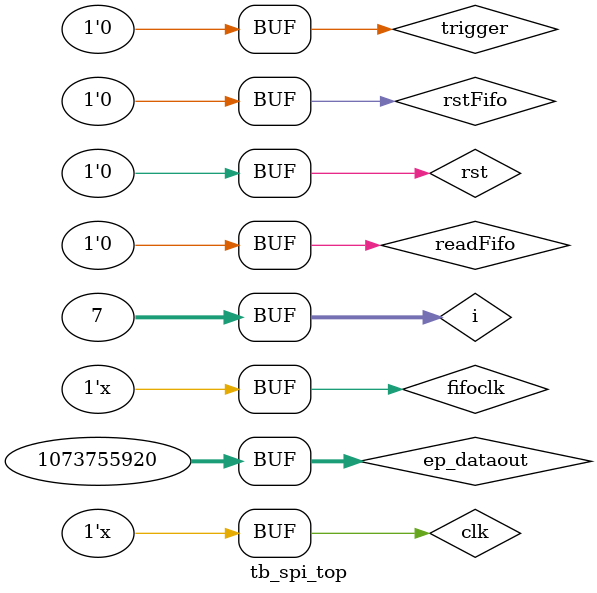
<source format=v>
`timescale 1ns / 1ps


module tb_spi_top;

	// Inputs
	reg clk;
	reg fifoclk;
	reg rst;
	reg [31:0] ep_dataout;
	reg trigger;
	reg readFifo;
	reg rstFifo;

	// Outputs
	wire hostinterrupt;
	wire [31:0] dout;
	wire [31:0] lastWrite;
	wire ep_ready;
	wire slow_pulse;
	
	//
	integer i;

	// Instantiate the Unit Under Test (UUT)
	top_module uut (
		.clk(clk),
		.fifoclk(fifoclk),
		.rst(rst), 
		.ep_dataout(ep_dataout), 
		.trigger(trigger), 
		.hostinterrupt(hostinterrupt), 
		.readFifo(readFifo),
		.rstFifo(rstFifo),
		.dout(dout),
		.lastWrite(lastWrite),
		.ep_ready(ep_ready),
		.slow_pulse(slow_pulse)
	);
	
	// Generate clock
	always #5 clk = ~clk;
	
	// Generate fifoclk
	always #4.96 fifoclk = ~fifoclk;

	initial begin
		// Initialize Inputs
		clk = 1'b0;
		fifoclk = 1'b0;
		rst = 1'b0;
		rstFifo = 1'b0;
		trigger = 1'b0;
		/*ep_dataout = 0;
		trigger = 0;*/
		readFifo = 1'b0;
		#15;
		rst = 1'b1;
		rstFifo = 1'b1;

		// Wait 100 ns for global reset to finish
		#100;
		rst = 1'b0;
		rstFifo = 1'b0;
        
		// Add stimulus here
		#20;
      trigger = 1'b0;
      #5;
      ep_dataout = 32'h80000051;
		#10//
      trigger = 1'b1;
      #10;
      trigger = 1'b0;
      #40;
      trigger = 1'b1;
      ep_dataout = 32'h40000001;
      #10;
      trigger = 1'b0;
      #40;
      ep_dataout = 32'h80000001;
      trigger = 1'b1;
      #10;
      trigger = 1'b0;
      #40;
      trigger = 1'b1;
      ep_dataout = 32'h40008aa5;
      #10;
      trigger = 1'b0;
      #40;
      ep_dataout = 32'h80000041;
      trigger = 1'b1;
      #10;
      trigger = 1'b0;
      #40;
      ep_dataout = 32'h40003610;
      trigger = 1'b1;
      #10;
      trigger = 1'b0;
      #40;
      ep_dataout = 32'h80000061;
      trigger = 1'b1;
      #10;
      trigger = 1'b0;
      #40;
      ep_dataout = 32'h40000001;
      trigger = 1'b1;
      #10;
      trigger = 1'b0;
      #40;
      ep_dataout = 32'h80000041;
      trigger = 1'b1;
      #10;
      trigger = 1'b0;
      #40;
      ep_dataout = 32'h40003710;
      trigger = 1'b1;
      #10;
      trigger = 1'b0;
      #900;
		/**/
		ep_dataout = 32'hc0000000;
		trigger = 1'b1;
		#10;
		trigger = 1'b0;
		#40;
		//*/
      ep_dataout = 32'h40005a01;
      trigger = 1'b1;
      #10;
      trigger = 1'b0;
      #40;
      ep_dataout = 32'h80000041;
      trigger = 1'b1;
      #10;
      trigger = 1'b0;
      #40;
      ep_dataout = 32'h40003710;
      trigger = 1'b1;
      #10;
      trigger = 1'b0;
      #900;
      ep_dataout = 32'h40005238;
      trigger = 1'b1;
      #10;
      trigger = 1'b0;
      #40;
      ep_dataout = 32'h80000041;
      trigger = 1'b1;
      #10;
      trigger = 1'b0;
      #40;
      ep_dataout = 32'h40003710;
      trigger = 1'b1;
      #10;
      trigger = 1'b0;
      #900;
      #40;
      readFifo = 1'b1;
      #10;
      readFifo = 1'b0;
      #40;
      readFifo = 1'b1;
      #10;
      readFifo = 1'b0;
      #40;
      readFifo = 1'b1;
      #10;
      readFifo = 1'b0;
		#40;
		rstFifo = 1'b1;
		#10;
		rstFifo = 1'b0;
		#100;
		for (i=0; i<128; i=i+1) begin
          ep_dataout = 32'h40005238 + (i);
				trigger = 1'b1;
				#10;
				trigger = 1'b0;
				#40;
				ep_dataout = 32'h80000041;
				trigger = 1'b1;
				#10;
				trigger = 1'b0;
				#40;
				ep_dataout = 32'h40003710;
				trigger = 1'b1;
				#10;
				trigger = 1'b0;
				#900;
      end
		readFifo = 1'b1;
		#/*1500*/70;
		readFifo = 1'b0;
		#20
		for (i=0; i<7; i=i+1) begin
          ep_dataout = 32'h40005238 + (i);
				trigger = 1'b1;
				#10;
				trigger = 1'b0;
				#40;
				ep_dataout = 32'h80000041;
				trigger = 1'b1;
				#10;
				trigger = 1'b0;
				#40;
				ep_dataout = 32'h40003710;
				trigger = 1'b1;
				#10;
				trigger = 1'b0;
				#900;
      end
		readFifo = 1'b1;
		#1350;
		readFifo = 1'b0;
		#20;
	end
      
endmodule


</source>
